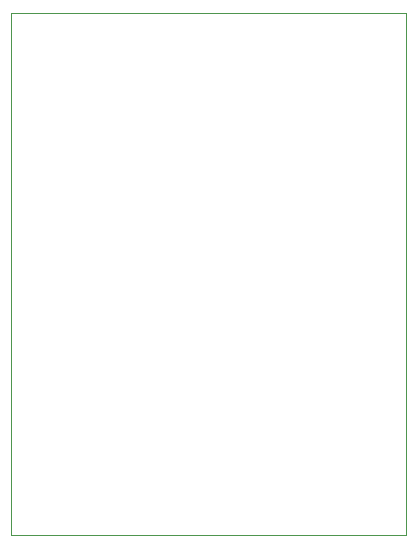
<source format=gbr>
%TF.GenerationSoftware,KiCad,Pcbnew,7.0.9*%
%TF.CreationDate,2023-12-11T11:25:51+01:00*%
%TF.ProjectId,3v3To5vPowerSupply,33763354-6f35-4765-906f-776572537570,1.1*%
%TF.SameCoordinates,Original*%
%TF.FileFunction,Profile,NP*%
%FSLAX46Y46*%
G04 Gerber Fmt 4.6, Leading zero omitted, Abs format (unit mm)*
G04 Created by KiCad (PCBNEW 7.0.9) date 2023-12-11 11:25:51*
%MOMM*%
%LPD*%
G01*
G04 APERTURE LIST*
%TA.AperFunction,Profile*%
%ADD10C,0.100000*%
%TD*%
G04 APERTURE END LIST*
D10*
X54143144Y-13731744D02*
X87620344Y-13731744D01*
X87620344Y-57953144D01*
X54143144Y-57953144D01*
X54143144Y-13731744D01*
M02*

</source>
